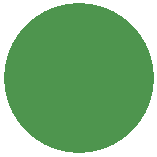
<source format=gbr>
%FSLAX34Y34*%
%MOIN*%
%ADD10C,0.5*%
D10*
G01*
X0Y0D01*
M02*

</source>
